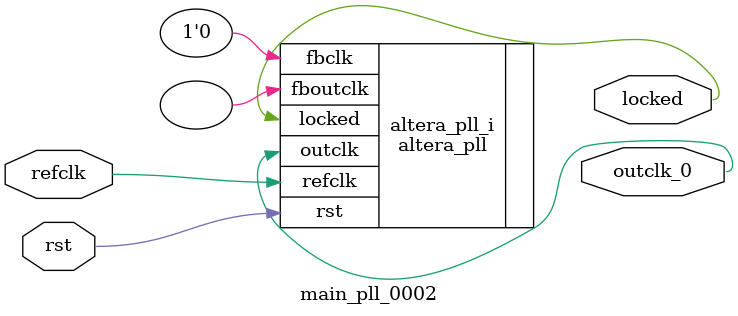
<source format=v>
`timescale 1ns/10ps
module  main_pll_0002(

	// interface 'refclk'
	input wire refclk,

	// interface 'reset'
	input wire rst,

	// interface 'outclk0'
	output wire outclk_0,

	// interface 'locked'
	output wire locked
);

	altera_pll #(
		.fractional_vco_multiplier("false"),
		.reference_clock_frequency("50.0 MHz"),
		.operation_mode("direct"),
		.number_of_clocks(1),
		.output_clock_frequency0("133.000000 MHz"),
		.phase_shift0("0 ps"),
		.duty_cycle0(50),
		.output_clock_frequency1("0 MHz"),
		.phase_shift1("0 ps"),
		.duty_cycle1(50),
		.output_clock_frequency2("0 MHz"),
		.phase_shift2("0 ps"),
		.duty_cycle2(50),
		.output_clock_frequency3("0 MHz"),
		.phase_shift3("0 ps"),
		.duty_cycle3(50),
		.output_clock_frequency4("0 MHz"),
		.phase_shift4("0 ps"),
		.duty_cycle4(50),
		.output_clock_frequency5("0 MHz"),
		.phase_shift5("0 ps"),
		.duty_cycle5(50),
		.output_clock_frequency6("0 MHz"),
		.phase_shift6("0 ps"),
		.duty_cycle6(50),
		.output_clock_frequency7("0 MHz"),
		.phase_shift7("0 ps"),
		.duty_cycle7(50),
		.output_clock_frequency8("0 MHz"),
		.phase_shift8("0 ps"),
		.duty_cycle8(50),
		.output_clock_frequency9("0 MHz"),
		.phase_shift9("0 ps"),
		.duty_cycle9(50),
		.output_clock_frequency10("0 MHz"),
		.phase_shift10("0 ps"),
		.duty_cycle10(50),
		.output_clock_frequency11("0 MHz"),
		.phase_shift11("0 ps"),
		.duty_cycle11(50),
		.output_clock_frequency12("0 MHz"),
		.phase_shift12("0 ps"),
		.duty_cycle12(50),
		.output_clock_frequency13("0 MHz"),
		.phase_shift13("0 ps"),
		.duty_cycle13(50),
		.output_clock_frequency14("0 MHz"),
		.phase_shift14("0 ps"),
		.duty_cycle14(50),
		.output_clock_frequency15("0 MHz"),
		.phase_shift15("0 ps"),
		.duty_cycle15(50),
		.output_clock_frequency16("0 MHz"),
		.phase_shift16("0 ps"),
		.duty_cycle16(50),
		.output_clock_frequency17("0 MHz"),
		.phase_shift17("0 ps"),
		.duty_cycle17(50),
		.pll_type("General"),
		.pll_subtype("General")
	) altera_pll_i (
		.rst	(rst),
		.outclk	({outclk_0}),
		.locked	(locked),
		.fboutclk	( ),
		.fbclk	(1'b0),
		.refclk	(refclk)
	);
endmodule


</source>
